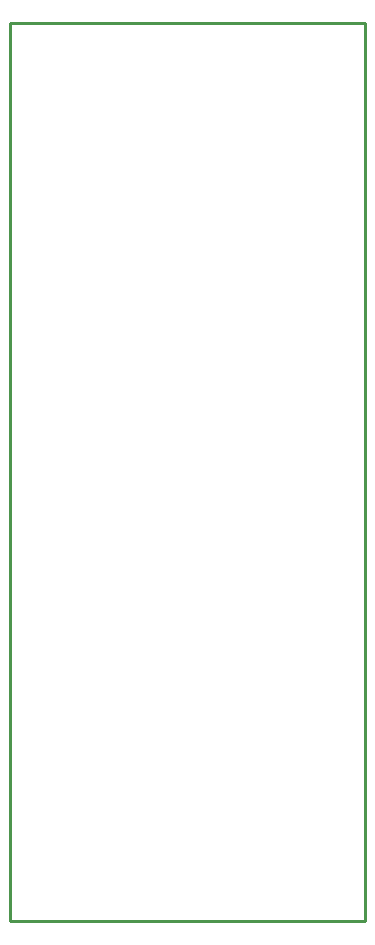
<source format=gko>
G04 Layer: BoardOutlineLayer*
G04 EasyEDA v6.5.46, 2024-09-28 23:34:46*
G04 85c0222427234e8a8314e13dbd9b54d2,10*
G04 Gerber Generator version 0.2*
G04 Scale: 100 percent, Rotated: No, Reflected: No *
G04 Dimensions in millimeters *
G04 leading zeros omitted , absolute positions ,4 integer and 5 decimal *
%FSLAX45Y45*%
%MOMM*%

%ADD10C,0.2540*%
D10*
X-14599Y0D02*
G01*
X2985394Y0D01*
X2985394Y-7599984D01*
X-14599Y-7599984D01*
X-14599Y0D01*

%LPD*%
M02*

</source>
